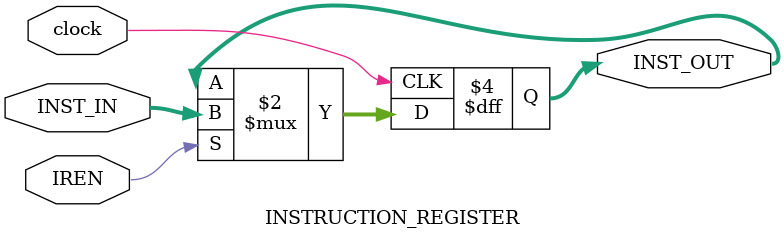
<source format=v>
module INSTRUCTION_REGISTER(
    input clock,
		 input [15:0] INST_IN,
		 input IREN,
		 output reg [15:0] INST_OUT
);

    always @(posedge clock) begin
        if (IREN) begin
            INST_OUT <= INST_IN; // Jump to specific address
        end
    end
endmodule

</source>
